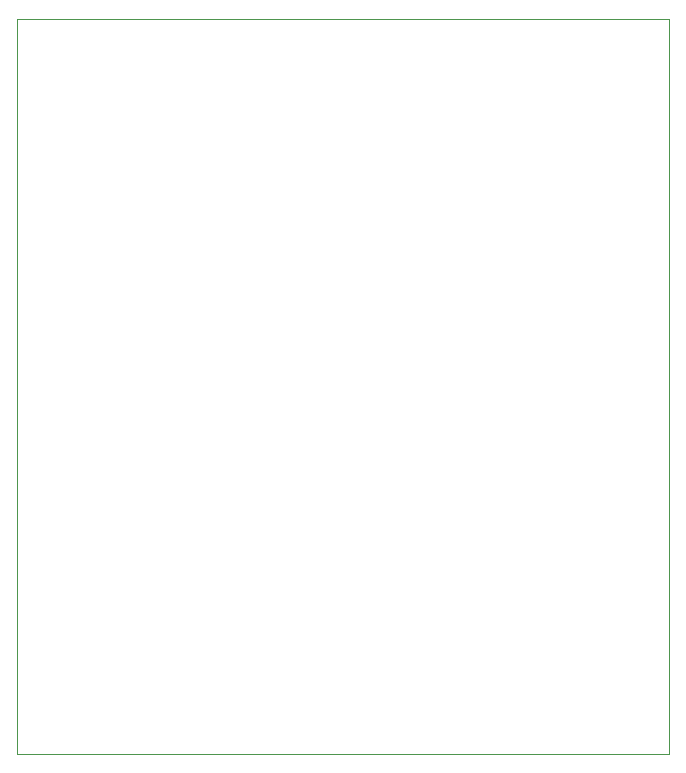
<source format=gm1>
G04 #@! TF.FileFunction,Profile,NP*
%FSLAX46Y46*%
G04 Gerber Fmt 4.6, Leading zero omitted, Abs format (unit mm)*
G04 Created by KiCad (PCBNEW 4.0.1-stable) date 11/23/16 13:41:23*
%MOMM*%
G01*
G04 APERTURE LIST*
%ADD10C,0.100000*%
G04 APERTURE END LIST*
D10*
X96520000Y-57150000D02*
X96520000Y-56515000D01*
X96520000Y-56515000D02*
X96520000Y-57150000D01*
X96520000Y-55880000D02*
X96520000Y-56515000D01*
X151765000Y-55880000D02*
X96520000Y-55880000D01*
X151765000Y-118110000D02*
X151765000Y-55880000D01*
X96520000Y-118110000D02*
X151765000Y-118110000D01*
X96520000Y-56515000D02*
X96520000Y-118110000D01*
M02*

</source>
